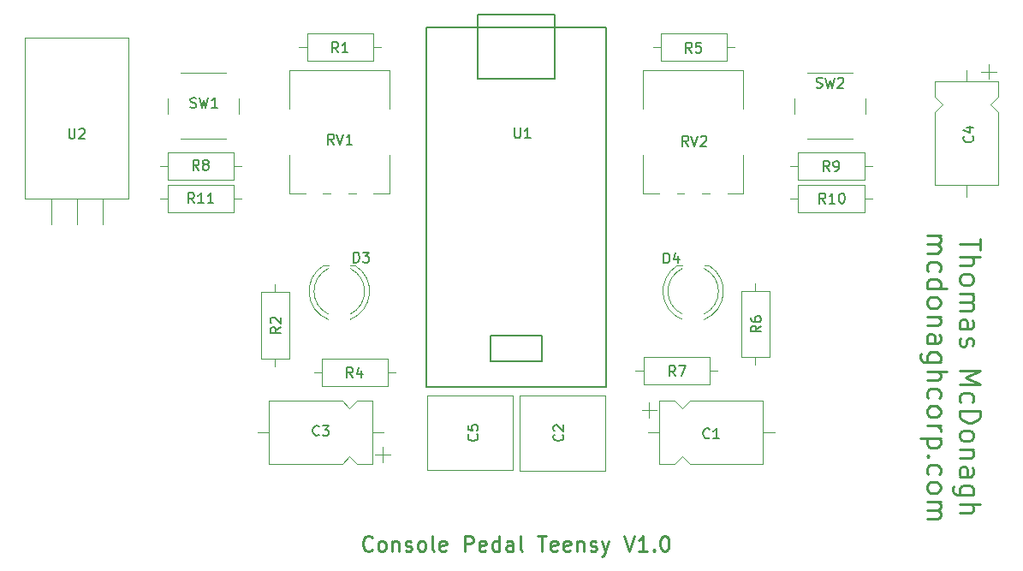
<source format=gbr>
G04 #@! TF.GenerationSoftware,KiCad,Pcbnew,(5.1.7)-1*
G04 #@! TF.CreationDate,2021-02-11T20:15:45-06:00*
G04 #@! TF.ProjectId,ConsolePedalTeensy,436f6e73-6f6c-4655-9065-64616c546565,rev?*
G04 #@! TF.SameCoordinates,Original*
G04 #@! TF.FileFunction,Legend,Top*
G04 #@! TF.FilePolarity,Positive*
%FSLAX46Y46*%
G04 Gerber Fmt 4.6, Leading zero omitted, Abs format (unit mm)*
G04 Created by KiCad (PCBNEW (5.1.7)-1) date 2021-02-11 20:15:45*
%MOMM*%
%LPD*%
G01*
G04 APERTURE LIST*
%ADD10C,0.250000*%
%ADD11C,0.120000*%
%ADD12C,0.150000*%
G04 APERTURE END LIST*
D10*
X118500714Y-121820714D02*
X118429285Y-121892142D01*
X118215000Y-121963571D01*
X118072142Y-121963571D01*
X117857857Y-121892142D01*
X117715000Y-121749285D01*
X117643571Y-121606428D01*
X117572142Y-121320714D01*
X117572142Y-121106428D01*
X117643571Y-120820714D01*
X117715000Y-120677857D01*
X117857857Y-120535000D01*
X118072142Y-120463571D01*
X118215000Y-120463571D01*
X118429285Y-120535000D01*
X118500714Y-120606428D01*
X119357857Y-121963571D02*
X119215000Y-121892142D01*
X119143571Y-121820714D01*
X119072142Y-121677857D01*
X119072142Y-121249285D01*
X119143571Y-121106428D01*
X119215000Y-121035000D01*
X119357857Y-120963571D01*
X119572142Y-120963571D01*
X119715000Y-121035000D01*
X119786428Y-121106428D01*
X119857857Y-121249285D01*
X119857857Y-121677857D01*
X119786428Y-121820714D01*
X119715000Y-121892142D01*
X119572142Y-121963571D01*
X119357857Y-121963571D01*
X120500714Y-120963571D02*
X120500714Y-121963571D01*
X120500714Y-121106428D02*
X120572142Y-121035000D01*
X120715000Y-120963571D01*
X120929285Y-120963571D01*
X121072142Y-121035000D01*
X121143571Y-121177857D01*
X121143571Y-121963571D01*
X121786428Y-121892142D02*
X121929285Y-121963571D01*
X122215000Y-121963571D01*
X122357857Y-121892142D01*
X122429285Y-121749285D01*
X122429285Y-121677857D01*
X122357857Y-121535000D01*
X122215000Y-121463571D01*
X122000714Y-121463571D01*
X121857857Y-121392142D01*
X121786428Y-121249285D01*
X121786428Y-121177857D01*
X121857857Y-121035000D01*
X122000714Y-120963571D01*
X122215000Y-120963571D01*
X122357857Y-121035000D01*
X123286428Y-121963571D02*
X123143571Y-121892142D01*
X123072142Y-121820714D01*
X123000714Y-121677857D01*
X123000714Y-121249285D01*
X123072142Y-121106428D01*
X123143571Y-121035000D01*
X123286428Y-120963571D01*
X123500714Y-120963571D01*
X123643571Y-121035000D01*
X123715000Y-121106428D01*
X123786428Y-121249285D01*
X123786428Y-121677857D01*
X123715000Y-121820714D01*
X123643571Y-121892142D01*
X123500714Y-121963571D01*
X123286428Y-121963571D01*
X124643571Y-121963571D02*
X124500714Y-121892142D01*
X124429285Y-121749285D01*
X124429285Y-120463571D01*
X125786428Y-121892142D02*
X125643571Y-121963571D01*
X125357857Y-121963571D01*
X125215000Y-121892142D01*
X125143571Y-121749285D01*
X125143571Y-121177857D01*
X125215000Y-121035000D01*
X125357857Y-120963571D01*
X125643571Y-120963571D01*
X125786428Y-121035000D01*
X125857857Y-121177857D01*
X125857857Y-121320714D01*
X125143571Y-121463571D01*
X127643571Y-121963571D02*
X127643571Y-120463571D01*
X128215000Y-120463571D01*
X128357857Y-120535000D01*
X128429285Y-120606428D01*
X128500714Y-120749285D01*
X128500714Y-120963571D01*
X128429285Y-121106428D01*
X128357857Y-121177857D01*
X128215000Y-121249285D01*
X127643571Y-121249285D01*
X129715000Y-121892142D02*
X129572142Y-121963571D01*
X129286428Y-121963571D01*
X129143571Y-121892142D01*
X129072142Y-121749285D01*
X129072142Y-121177857D01*
X129143571Y-121035000D01*
X129286428Y-120963571D01*
X129572142Y-120963571D01*
X129715000Y-121035000D01*
X129786428Y-121177857D01*
X129786428Y-121320714D01*
X129072142Y-121463571D01*
X131072142Y-121963571D02*
X131072142Y-120463571D01*
X131072142Y-121892142D02*
X130929285Y-121963571D01*
X130643571Y-121963571D01*
X130500714Y-121892142D01*
X130429285Y-121820714D01*
X130357857Y-121677857D01*
X130357857Y-121249285D01*
X130429285Y-121106428D01*
X130500714Y-121035000D01*
X130643571Y-120963571D01*
X130929285Y-120963571D01*
X131072142Y-121035000D01*
X132429285Y-121963571D02*
X132429285Y-121177857D01*
X132357857Y-121035000D01*
X132215000Y-120963571D01*
X131929285Y-120963571D01*
X131786428Y-121035000D01*
X132429285Y-121892142D02*
X132286428Y-121963571D01*
X131929285Y-121963571D01*
X131786428Y-121892142D01*
X131715000Y-121749285D01*
X131715000Y-121606428D01*
X131786428Y-121463571D01*
X131929285Y-121392142D01*
X132286428Y-121392142D01*
X132429285Y-121320714D01*
X133357857Y-121963571D02*
X133215000Y-121892142D01*
X133143571Y-121749285D01*
X133143571Y-120463571D01*
X134857857Y-120463571D02*
X135715000Y-120463571D01*
X135286428Y-121963571D02*
X135286428Y-120463571D01*
X136786428Y-121892142D02*
X136643571Y-121963571D01*
X136357857Y-121963571D01*
X136215000Y-121892142D01*
X136143571Y-121749285D01*
X136143571Y-121177857D01*
X136215000Y-121035000D01*
X136357857Y-120963571D01*
X136643571Y-120963571D01*
X136786428Y-121035000D01*
X136857857Y-121177857D01*
X136857857Y-121320714D01*
X136143571Y-121463571D01*
X138072142Y-121892142D02*
X137929285Y-121963571D01*
X137643571Y-121963571D01*
X137500714Y-121892142D01*
X137429285Y-121749285D01*
X137429285Y-121177857D01*
X137500714Y-121035000D01*
X137643571Y-120963571D01*
X137929285Y-120963571D01*
X138072142Y-121035000D01*
X138143571Y-121177857D01*
X138143571Y-121320714D01*
X137429285Y-121463571D01*
X138786428Y-120963571D02*
X138786428Y-121963571D01*
X138786428Y-121106428D02*
X138857857Y-121035000D01*
X139000714Y-120963571D01*
X139215000Y-120963571D01*
X139357857Y-121035000D01*
X139429285Y-121177857D01*
X139429285Y-121963571D01*
X140072142Y-121892142D02*
X140215000Y-121963571D01*
X140500714Y-121963571D01*
X140643571Y-121892142D01*
X140715000Y-121749285D01*
X140715000Y-121677857D01*
X140643571Y-121535000D01*
X140500714Y-121463571D01*
X140286428Y-121463571D01*
X140143571Y-121392142D01*
X140072142Y-121249285D01*
X140072142Y-121177857D01*
X140143571Y-121035000D01*
X140286428Y-120963571D01*
X140500714Y-120963571D01*
X140643571Y-121035000D01*
X141215000Y-120963571D02*
X141572142Y-121963571D01*
X141929285Y-120963571D02*
X141572142Y-121963571D01*
X141429285Y-122320714D01*
X141357857Y-122392142D01*
X141215000Y-122463571D01*
X143429285Y-120463571D02*
X143929285Y-121963571D01*
X144429285Y-120463571D01*
X145715000Y-121963571D02*
X144857857Y-121963571D01*
X145286428Y-121963571D02*
X145286428Y-120463571D01*
X145143571Y-120677857D01*
X145000714Y-120820714D01*
X144857857Y-120892142D01*
X146357857Y-121820714D02*
X146429285Y-121892142D01*
X146357857Y-121963571D01*
X146286428Y-121892142D01*
X146357857Y-121820714D01*
X146357857Y-121963571D01*
X147357857Y-120463571D02*
X147500714Y-120463571D01*
X147643571Y-120535000D01*
X147715000Y-120606428D01*
X147786428Y-120749285D01*
X147857857Y-121035000D01*
X147857857Y-121392142D01*
X147786428Y-121677857D01*
X147715000Y-121820714D01*
X147643571Y-121892142D01*
X147500714Y-121963571D01*
X147357857Y-121963571D01*
X147215000Y-121892142D01*
X147143571Y-121820714D01*
X147072142Y-121677857D01*
X147000714Y-121392142D01*
X147000714Y-121035000D01*
X147072142Y-120749285D01*
X147143571Y-120606428D01*
X147215000Y-120535000D01*
X147357857Y-120463571D01*
X178615238Y-91060714D02*
X178615238Y-92203571D01*
X176615238Y-91632142D02*
X178615238Y-91632142D01*
X176615238Y-92870238D02*
X178615238Y-92870238D01*
X176615238Y-93727380D02*
X177662857Y-93727380D01*
X177853333Y-93632142D01*
X177948571Y-93441666D01*
X177948571Y-93155952D01*
X177853333Y-92965476D01*
X177758095Y-92870238D01*
X176615238Y-94965476D02*
X176710476Y-94775000D01*
X176805714Y-94679761D01*
X176996190Y-94584523D01*
X177567619Y-94584523D01*
X177758095Y-94679761D01*
X177853333Y-94775000D01*
X177948571Y-94965476D01*
X177948571Y-95251190D01*
X177853333Y-95441666D01*
X177758095Y-95536904D01*
X177567619Y-95632142D01*
X176996190Y-95632142D01*
X176805714Y-95536904D01*
X176710476Y-95441666D01*
X176615238Y-95251190D01*
X176615238Y-94965476D01*
X176615238Y-96489285D02*
X177948571Y-96489285D01*
X177758095Y-96489285D02*
X177853333Y-96584523D01*
X177948571Y-96775000D01*
X177948571Y-97060714D01*
X177853333Y-97251190D01*
X177662857Y-97346428D01*
X176615238Y-97346428D01*
X177662857Y-97346428D02*
X177853333Y-97441666D01*
X177948571Y-97632142D01*
X177948571Y-97917857D01*
X177853333Y-98108333D01*
X177662857Y-98203571D01*
X176615238Y-98203571D01*
X176615238Y-100013095D02*
X177662857Y-100013095D01*
X177853333Y-99917857D01*
X177948571Y-99727380D01*
X177948571Y-99346428D01*
X177853333Y-99155952D01*
X176710476Y-100013095D02*
X176615238Y-99822619D01*
X176615238Y-99346428D01*
X176710476Y-99155952D01*
X176900952Y-99060714D01*
X177091428Y-99060714D01*
X177281904Y-99155952D01*
X177377142Y-99346428D01*
X177377142Y-99822619D01*
X177472380Y-100013095D01*
X176710476Y-100870238D02*
X176615238Y-101060714D01*
X176615238Y-101441666D01*
X176710476Y-101632142D01*
X176900952Y-101727380D01*
X176996190Y-101727380D01*
X177186666Y-101632142D01*
X177281904Y-101441666D01*
X177281904Y-101155952D01*
X177377142Y-100965476D01*
X177567619Y-100870238D01*
X177662857Y-100870238D01*
X177853333Y-100965476D01*
X177948571Y-101155952D01*
X177948571Y-101441666D01*
X177853333Y-101632142D01*
X176615238Y-104108333D02*
X178615238Y-104108333D01*
X177186666Y-104775000D01*
X178615238Y-105441666D01*
X176615238Y-105441666D01*
X176710476Y-107251190D02*
X176615238Y-107060714D01*
X176615238Y-106679761D01*
X176710476Y-106489285D01*
X176805714Y-106394047D01*
X176996190Y-106298809D01*
X177567619Y-106298809D01*
X177758095Y-106394047D01*
X177853333Y-106489285D01*
X177948571Y-106679761D01*
X177948571Y-107060714D01*
X177853333Y-107251190D01*
X176615238Y-108108333D02*
X178615238Y-108108333D01*
X178615238Y-108584523D01*
X178520000Y-108870238D01*
X178329523Y-109060714D01*
X178139047Y-109155952D01*
X177758095Y-109251190D01*
X177472380Y-109251190D01*
X177091428Y-109155952D01*
X176900952Y-109060714D01*
X176710476Y-108870238D01*
X176615238Y-108584523D01*
X176615238Y-108108333D01*
X176615238Y-110394047D02*
X176710476Y-110203571D01*
X176805714Y-110108333D01*
X176996190Y-110013095D01*
X177567619Y-110013095D01*
X177758095Y-110108333D01*
X177853333Y-110203571D01*
X177948571Y-110394047D01*
X177948571Y-110679761D01*
X177853333Y-110870238D01*
X177758095Y-110965476D01*
X177567619Y-111060714D01*
X176996190Y-111060714D01*
X176805714Y-110965476D01*
X176710476Y-110870238D01*
X176615238Y-110679761D01*
X176615238Y-110394047D01*
X177948571Y-111917857D02*
X176615238Y-111917857D01*
X177758095Y-111917857D02*
X177853333Y-112013095D01*
X177948571Y-112203571D01*
X177948571Y-112489285D01*
X177853333Y-112679761D01*
X177662857Y-112775000D01*
X176615238Y-112775000D01*
X176615238Y-114584523D02*
X177662857Y-114584523D01*
X177853333Y-114489285D01*
X177948571Y-114298809D01*
X177948571Y-113917857D01*
X177853333Y-113727380D01*
X176710476Y-114584523D02*
X176615238Y-114394047D01*
X176615238Y-113917857D01*
X176710476Y-113727380D01*
X176900952Y-113632142D01*
X177091428Y-113632142D01*
X177281904Y-113727380D01*
X177377142Y-113917857D01*
X177377142Y-114394047D01*
X177472380Y-114584523D01*
X177948571Y-116394047D02*
X176329523Y-116394047D01*
X176139047Y-116298809D01*
X176043809Y-116203571D01*
X175948571Y-116013095D01*
X175948571Y-115727380D01*
X176043809Y-115536904D01*
X176710476Y-116394047D02*
X176615238Y-116203571D01*
X176615238Y-115822619D01*
X176710476Y-115632142D01*
X176805714Y-115536904D01*
X176996190Y-115441666D01*
X177567619Y-115441666D01*
X177758095Y-115536904D01*
X177853333Y-115632142D01*
X177948571Y-115822619D01*
X177948571Y-116203571D01*
X177853333Y-116394047D01*
X176615238Y-117346428D02*
X178615238Y-117346428D01*
X176615238Y-118203571D02*
X177662857Y-118203571D01*
X177853333Y-118108333D01*
X177948571Y-117917857D01*
X177948571Y-117632142D01*
X177853333Y-117441666D01*
X177758095Y-117346428D01*
X173365238Y-90775000D02*
X174698571Y-90775000D01*
X174508095Y-90775000D02*
X174603333Y-90870238D01*
X174698571Y-91060714D01*
X174698571Y-91346428D01*
X174603333Y-91536904D01*
X174412857Y-91632142D01*
X173365238Y-91632142D01*
X174412857Y-91632142D02*
X174603333Y-91727380D01*
X174698571Y-91917857D01*
X174698571Y-92203571D01*
X174603333Y-92394047D01*
X174412857Y-92489285D01*
X173365238Y-92489285D01*
X173460476Y-94298809D02*
X173365238Y-94108333D01*
X173365238Y-93727380D01*
X173460476Y-93536904D01*
X173555714Y-93441666D01*
X173746190Y-93346428D01*
X174317619Y-93346428D01*
X174508095Y-93441666D01*
X174603333Y-93536904D01*
X174698571Y-93727380D01*
X174698571Y-94108333D01*
X174603333Y-94298809D01*
X173365238Y-96013095D02*
X175365238Y-96013095D01*
X173460476Y-96013095D02*
X173365238Y-95822619D01*
X173365238Y-95441666D01*
X173460476Y-95251190D01*
X173555714Y-95155952D01*
X173746190Y-95060714D01*
X174317619Y-95060714D01*
X174508095Y-95155952D01*
X174603333Y-95251190D01*
X174698571Y-95441666D01*
X174698571Y-95822619D01*
X174603333Y-96013095D01*
X173365238Y-97251190D02*
X173460476Y-97060714D01*
X173555714Y-96965476D01*
X173746190Y-96870238D01*
X174317619Y-96870238D01*
X174508095Y-96965476D01*
X174603333Y-97060714D01*
X174698571Y-97251190D01*
X174698571Y-97536904D01*
X174603333Y-97727380D01*
X174508095Y-97822619D01*
X174317619Y-97917857D01*
X173746190Y-97917857D01*
X173555714Y-97822619D01*
X173460476Y-97727380D01*
X173365238Y-97536904D01*
X173365238Y-97251190D01*
X174698571Y-98775000D02*
X173365238Y-98775000D01*
X174508095Y-98775000D02*
X174603333Y-98870238D01*
X174698571Y-99060714D01*
X174698571Y-99346428D01*
X174603333Y-99536904D01*
X174412857Y-99632142D01*
X173365238Y-99632142D01*
X173365238Y-101441666D02*
X174412857Y-101441666D01*
X174603333Y-101346428D01*
X174698571Y-101155952D01*
X174698571Y-100775000D01*
X174603333Y-100584523D01*
X173460476Y-101441666D02*
X173365238Y-101251190D01*
X173365238Y-100775000D01*
X173460476Y-100584523D01*
X173650952Y-100489285D01*
X173841428Y-100489285D01*
X174031904Y-100584523D01*
X174127142Y-100775000D01*
X174127142Y-101251190D01*
X174222380Y-101441666D01*
X174698571Y-103251190D02*
X173079523Y-103251190D01*
X172889047Y-103155952D01*
X172793809Y-103060714D01*
X172698571Y-102870238D01*
X172698571Y-102584523D01*
X172793809Y-102394047D01*
X173460476Y-103251190D02*
X173365238Y-103060714D01*
X173365238Y-102679761D01*
X173460476Y-102489285D01*
X173555714Y-102394047D01*
X173746190Y-102298809D01*
X174317619Y-102298809D01*
X174508095Y-102394047D01*
X174603333Y-102489285D01*
X174698571Y-102679761D01*
X174698571Y-103060714D01*
X174603333Y-103251190D01*
X173365238Y-104203571D02*
X175365238Y-104203571D01*
X173365238Y-105060714D02*
X174412857Y-105060714D01*
X174603333Y-104965476D01*
X174698571Y-104775000D01*
X174698571Y-104489285D01*
X174603333Y-104298809D01*
X174508095Y-104203571D01*
X173460476Y-106870238D02*
X173365238Y-106679761D01*
X173365238Y-106298809D01*
X173460476Y-106108333D01*
X173555714Y-106013095D01*
X173746190Y-105917857D01*
X174317619Y-105917857D01*
X174508095Y-106013095D01*
X174603333Y-106108333D01*
X174698571Y-106298809D01*
X174698571Y-106679761D01*
X174603333Y-106870238D01*
X173365238Y-108013095D02*
X173460476Y-107822619D01*
X173555714Y-107727380D01*
X173746190Y-107632142D01*
X174317619Y-107632142D01*
X174508095Y-107727380D01*
X174603333Y-107822619D01*
X174698571Y-108013095D01*
X174698571Y-108298809D01*
X174603333Y-108489285D01*
X174508095Y-108584523D01*
X174317619Y-108679761D01*
X173746190Y-108679761D01*
X173555714Y-108584523D01*
X173460476Y-108489285D01*
X173365238Y-108298809D01*
X173365238Y-108013095D01*
X173365238Y-109536904D02*
X174698571Y-109536904D01*
X174317619Y-109536904D02*
X174508095Y-109632142D01*
X174603333Y-109727380D01*
X174698571Y-109917857D01*
X174698571Y-110108333D01*
X174698571Y-110775000D02*
X172698571Y-110775000D01*
X174603333Y-110775000D02*
X174698571Y-110965476D01*
X174698571Y-111346428D01*
X174603333Y-111536904D01*
X174508095Y-111632142D01*
X174317619Y-111727380D01*
X173746190Y-111727380D01*
X173555714Y-111632142D01*
X173460476Y-111536904D01*
X173365238Y-111346428D01*
X173365238Y-110965476D01*
X173460476Y-110775000D01*
X173555714Y-112584523D02*
X173460476Y-112679761D01*
X173365238Y-112584523D01*
X173460476Y-112489285D01*
X173555714Y-112584523D01*
X173365238Y-112584523D01*
X173460476Y-114394047D02*
X173365238Y-114203571D01*
X173365238Y-113822619D01*
X173460476Y-113632142D01*
X173555714Y-113536904D01*
X173746190Y-113441666D01*
X174317619Y-113441666D01*
X174508095Y-113536904D01*
X174603333Y-113632142D01*
X174698571Y-113822619D01*
X174698571Y-114203571D01*
X174603333Y-114394047D01*
X173365238Y-115536904D02*
X173460476Y-115346428D01*
X173555714Y-115251190D01*
X173746190Y-115155952D01*
X174317619Y-115155952D01*
X174508095Y-115251190D01*
X174603333Y-115346428D01*
X174698571Y-115536904D01*
X174698571Y-115822619D01*
X174603333Y-116013095D01*
X174508095Y-116108333D01*
X174317619Y-116203571D01*
X173746190Y-116203571D01*
X173555714Y-116108333D01*
X173460476Y-116013095D01*
X173365238Y-115822619D01*
X173365238Y-115536904D01*
X173365238Y-117060714D02*
X174698571Y-117060714D01*
X174508095Y-117060714D02*
X174603333Y-117155952D01*
X174698571Y-117346428D01*
X174698571Y-117632142D01*
X174603333Y-117822619D01*
X174412857Y-117917857D01*
X173365238Y-117917857D01*
X174412857Y-117917857D02*
X174603333Y-118013095D01*
X174698571Y-118203571D01*
X174698571Y-118489285D01*
X174603333Y-118679761D01*
X174412857Y-118775000D01*
X173365238Y-118775000D01*
D11*
G04 #@! TO.C,C1*
X158286000Y-110236000D02*
X157146000Y-110236000D01*
X145766000Y-110236000D02*
X146906000Y-110236000D01*
X149906000Y-113356000D02*
X157146000Y-113356000D01*
X149156000Y-112606000D02*
X149906000Y-113356000D01*
X148406000Y-113356000D02*
X149156000Y-112606000D01*
X146906000Y-113356000D02*
X148406000Y-113356000D01*
X149906000Y-107116000D02*
X157146000Y-107116000D01*
X149156000Y-107866000D02*
X149906000Y-107116000D01*
X148406000Y-107116000D02*
X149156000Y-107866000D01*
X146906000Y-107116000D02*
X148406000Y-107116000D01*
X157146000Y-107116000D02*
X157146000Y-113356000D01*
X146906000Y-107116000D02*
X146906000Y-113356000D01*
X145906000Y-107286000D02*
X145906000Y-108786000D01*
X145156000Y-108036000D02*
X146656000Y-108036000D01*
G04 #@! TO.C,C2*
X133059500Y-113996000D02*
X133059500Y-106556000D01*
X141549500Y-113996000D02*
X141549500Y-106556000D01*
X133059500Y-113996000D02*
X141549500Y-113996000D01*
X133059500Y-106556000D02*
X141549500Y-106556000D01*
G04 #@! TO.C,C3*
X107144000Y-110236000D02*
X108284000Y-110236000D01*
X119664000Y-110236000D02*
X118524000Y-110236000D01*
X115524000Y-107116000D02*
X108284000Y-107116000D01*
X116274000Y-107866000D02*
X115524000Y-107116000D01*
X117024000Y-107116000D02*
X116274000Y-107866000D01*
X118524000Y-107116000D02*
X117024000Y-107116000D01*
X115524000Y-113356000D02*
X108284000Y-113356000D01*
X116274000Y-112606000D02*
X115524000Y-113356000D01*
X117024000Y-113356000D02*
X116274000Y-112606000D01*
X118524000Y-113356000D02*
X117024000Y-113356000D01*
X108284000Y-113356000D02*
X108284000Y-107116000D01*
X118524000Y-113356000D02*
X118524000Y-107116000D01*
X119524000Y-113186000D02*
X119524000Y-111686000D01*
X120274000Y-112436000D02*
X118774000Y-112436000D01*
G04 #@! TO.C,C4*
X179492000Y-73782000D02*
X179492000Y-75282000D01*
X180242000Y-74532000D02*
X178742000Y-74532000D01*
X180412000Y-75532000D02*
X174172000Y-75532000D01*
X180412000Y-85772000D02*
X174172000Y-85772000D01*
X180412000Y-75532000D02*
X180412000Y-77032000D01*
X180412000Y-77032000D02*
X179662000Y-77782000D01*
X179662000Y-77782000D02*
X180412000Y-78532000D01*
X180412000Y-78532000D02*
X180412000Y-85772000D01*
X174172000Y-75532000D02*
X174172000Y-77032000D01*
X174172000Y-77032000D02*
X174922000Y-77782000D01*
X174922000Y-77782000D02*
X174172000Y-78532000D01*
X174172000Y-78532000D02*
X174172000Y-85772000D01*
X177292000Y-74392000D02*
X177292000Y-75532000D01*
X177292000Y-86912000D02*
X177292000Y-85772000D01*
G04 #@! TO.C,C5*
X132434000Y-113979500D02*
X123944000Y-113979500D01*
X132434000Y-106539500D02*
X123944000Y-106539500D01*
X123944000Y-106539500D02*
X123944000Y-113979500D01*
X132434000Y-106539500D02*
X132434000Y-113979500D01*
G04 #@! TO.C,D3*
X114170000Y-93710000D02*
X113705000Y-93710000D01*
X116795000Y-93710000D02*
X116330000Y-93710000D01*
X116330827Y-99057815D02*
G75*
G03*
X116794830Y-93710000I-1080827J2787815D01*
G01*
X114169173Y-99057815D02*
G75*
G02*
X113705170Y-93710000I1080827J2787815D01*
G01*
X116330429Y-98524479D02*
G75*
G03*
X116330000Y-94015316I-1080429J2254479D01*
G01*
X114169571Y-98524479D02*
G75*
G02*
X114170000Y-94015316I1080429J2254479D01*
G01*
G04 #@! TO.C,D4*
X149169571Y-98524479D02*
G75*
G02*
X149170000Y-94015316I1080429J2254479D01*
G01*
X151330429Y-98524479D02*
G75*
G03*
X151330000Y-94015316I-1080429J2254479D01*
G01*
X149169173Y-99057815D02*
G75*
G02*
X148705170Y-93710000I1080827J2787815D01*
G01*
X151330827Y-99057815D02*
G75*
G03*
X151794830Y-93710000I-1080827J2787815D01*
G01*
X151795000Y-93710000D02*
X151330000Y-93710000D01*
X149170000Y-93710000D02*
X148705000Y-93710000D01*
G04 #@! TO.C,R1*
X111276000Y-72136000D02*
X112046000Y-72136000D01*
X119356000Y-72136000D02*
X118586000Y-72136000D01*
X112046000Y-73506000D02*
X118586000Y-73506000D01*
X112046000Y-70766000D02*
X112046000Y-73506000D01*
X118586000Y-70766000D02*
X112046000Y-70766000D01*
X118586000Y-73506000D02*
X118586000Y-70766000D01*
G04 #@! TO.C,R2*
X110272500Y-96361500D02*
X107532500Y-96361500D01*
X107532500Y-96361500D02*
X107532500Y-102901500D01*
X107532500Y-102901500D02*
X110272500Y-102901500D01*
X110272500Y-102901500D02*
X110272500Y-96361500D01*
X108902500Y-95591500D02*
X108902500Y-96361500D01*
X108902500Y-103671500D02*
X108902500Y-102901500D01*
G04 #@! TO.C,R4*
X120816500Y-104267000D02*
X120046500Y-104267000D01*
X112736500Y-104267000D02*
X113506500Y-104267000D01*
X120046500Y-102897000D02*
X113506500Y-102897000D01*
X120046500Y-105637000D02*
X120046500Y-102897000D01*
X113506500Y-105637000D02*
X120046500Y-105637000D01*
X113506500Y-102897000D02*
X113506500Y-105637000D01*
G04 #@! TO.C,R5*
X147034500Y-70766000D02*
X147034500Y-73506000D01*
X147034500Y-73506000D02*
X153574500Y-73506000D01*
X153574500Y-73506000D02*
X153574500Y-70766000D01*
X153574500Y-70766000D02*
X147034500Y-70766000D01*
X146264500Y-72136000D02*
X147034500Y-72136000D01*
X154344500Y-72136000D02*
X153574500Y-72136000D01*
G04 #@! TO.C,R6*
X156400500Y-95464500D02*
X156400500Y-96234500D01*
X156400500Y-103544500D02*
X156400500Y-102774500D01*
X155030500Y-96234500D02*
X155030500Y-102774500D01*
X157770500Y-96234500D02*
X155030500Y-96234500D01*
X157770500Y-102774500D02*
X157770500Y-96234500D01*
X155030500Y-102774500D02*
X157770500Y-102774500D01*
G04 #@! TO.C,R7*
X151860000Y-105510000D02*
X151860000Y-102770000D01*
X151860000Y-102770000D02*
X145320000Y-102770000D01*
X145320000Y-102770000D02*
X145320000Y-105510000D01*
X145320000Y-105510000D02*
X151860000Y-105510000D01*
X152630000Y-104140000D02*
X151860000Y-104140000D01*
X144550000Y-104140000D02*
X145320000Y-104140000D01*
G04 #@! TO.C,R8*
X105576500Y-83883500D02*
X104806500Y-83883500D01*
X97496500Y-83883500D02*
X98266500Y-83883500D01*
X104806500Y-82513500D02*
X98266500Y-82513500D01*
X104806500Y-85253500D02*
X104806500Y-82513500D01*
X98266500Y-85253500D02*
X104806500Y-85253500D01*
X98266500Y-82513500D02*
X98266500Y-85253500D01*
G04 #@! TO.C,R9*
X167163500Y-85253500D02*
X167163500Y-82513500D01*
X167163500Y-82513500D02*
X160623500Y-82513500D01*
X160623500Y-82513500D02*
X160623500Y-85253500D01*
X160623500Y-85253500D02*
X167163500Y-85253500D01*
X167933500Y-83883500D02*
X167163500Y-83883500D01*
X159853500Y-83883500D02*
X160623500Y-83883500D01*
G04 #@! TO.C,R10*
X159853500Y-87122000D02*
X160623500Y-87122000D01*
X167933500Y-87122000D02*
X167163500Y-87122000D01*
X160623500Y-88492000D02*
X167163500Y-88492000D01*
X160623500Y-85752000D02*
X160623500Y-88492000D01*
X167163500Y-85752000D02*
X160623500Y-85752000D01*
X167163500Y-88492000D02*
X167163500Y-85752000D01*
G04 #@! TO.C,R11*
X98266500Y-85752000D02*
X98266500Y-88492000D01*
X98266500Y-88492000D02*
X104806500Y-88492000D01*
X104806500Y-88492000D02*
X104806500Y-85752000D01*
X104806500Y-85752000D02*
X98266500Y-85752000D01*
X97496500Y-87122000D02*
X98266500Y-87122000D01*
X105576500Y-87122000D02*
X104806500Y-87122000D01*
G04 #@! TO.C,RV1*
X110280000Y-74380000D02*
X120220000Y-74380000D01*
X118620000Y-86620000D02*
X120220000Y-86620000D01*
X116121000Y-86620000D02*
X116880000Y-86620000D01*
X113621000Y-86620000D02*
X114380000Y-86620000D01*
X110280000Y-86620000D02*
X111879000Y-86620000D01*
X120220000Y-78245000D02*
X120220000Y-74380000D01*
X120220000Y-86620000D02*
X120220000Y-82755000D01*
X110280000Y-78245000D02*
X110280000Y-74380000D01*
X110280000Y-86620000D02*
X110280000Y-82755000D01*
G04 #@! TO.C,RV2*
X145280000Y-86620000D02*
X145280000Y-82755000D01*
X145280000Y-78245000D02*
X145280000Y-74380000D01*
X155220000Y-86620000D02*
X155220000Y-82755000D01*
X155220000Y-78245000D02*
X155220000Y-74380000D01*
X145280000Y-86620000D02*
X146879000Y-86620000D01*
X148621000Y-86620000D02*
X149380000Y-86620000D01*
X151121000Y-86620000D02*
X151880000Y-86620000D01*
X153620000Y-86620000D02*
X155220000Y-86620000D01*
X145280000Y-74380000D02*
X155220000Y-74380000D01*
G04 #@! TO.C,SW1*
X105302000Y-78692000D02*
X105302000Y-77192000D01*
X104052000Y-74692000D02*
X99552000Y-74692000D01*
X98302000Y-77192000D02*
X98302000Y-78692000D01*
X99552000Y-81192000D02*
X104052000Y-81192000D01*
G04 #@! TO.C,SW2*
X161528000Y-81192000D02*
X166028000Y-81192000D01*
X160278000Y-77192000D02*
X160278000Y-78692000D01*
X166028000Y-74692000D02*
X161528000Y-74692000D01*
X167278000Y-78692000D02*
X167278000Y-77192000D01*
D12*
G04 #@! TO.C,U1*
X123825000Y-70167500D02*
X141605000Y-70167500D01*
X123825000Y-105727500D02*
X123825000Y-70167500D01*
X141605000Y-105727500D02*
X123825000Y-105727500D01*
X141605000Y-70167500D02*
X141605000Y-105727500D01*
X135255000Y-100647500D02*
X135255000Y-103187500D01*
X130175000Y-100647500D02*
X135255000Y-100647500D01*
X130175000Y-103187500D02*
X130175000Y-100647500D01*
X135255000Y-103187500D02*
X130175000Y-103187500D01*
X128905000Y-75247500D02*
X128905000Y-70167500D01*
X136525000Y-75247500D02*
X136525000Y-70167500D01*
X128905000Y-75247500D02*
X136525000Y-75247500D01*
X136525000Y-68897500D02*
X136525000Y-70167500D01*
X128905000Y-68897500D02*
X136525000Y-68897500D01*
X128905000Y-70167500D02*
X128905000Y-68897500D01*
D11*
G04 #@! TO.C,U2*
X91821000Y-87115000D02*
X91821000Y-89655000D01*
X89281000Y-87115000D02*
X89281000Y-89655000D01*
X86741000Y-87115000D02*
X86741000Y-89655000D01*
X94401000Y-71225000D02*
X94401000Y-87115000D01*
X84161000Y-71225000D02*
X84161000Y-87115000D01*
X84161000Y-71225000D02*
X94401000Y-71225000D01*
X84161000Y-87115000D02*
X94401000Y-87115000D01*
G04 #@! TO.C,C1*
D12*
X151859333Y-110740141D02*
X151811714Y-110787760D01*
X151668857Y-110835379D01*
X151573619Y-110835379D01*
X151430761Y-110787760D01*
X151335523Y-110692522D01*
X151287904Y-110597284D01*
X151240285Y-110406808D01*
X151240285Y-110263951D01*
X151287904Y-110073475D01*
X151335523Y-109978237D01*
X151430761Y-109882999D01*
X151573619Y-109835379D01*
X151668857Y-109835379D01*
X151811714Y-109882999D01*
X151859333Y-109930618D01*
X152811714Y-110835379D02*
X152240285Y-110835379D01*
X152526000Y-110835379D02*
X152526000Y-109835379D01*
X152430761Y-109978237D01*
X152335523Y-110073475D01*
X152240285Y-110121094D01*
G04 #@! TO.C,C2*
X137326642Y-110442666D02*
X137374261Y-110490285D01*
X137421880Y-110633142D01*
X137421880Y-110728380D01*
X137374261Y-110871238D01*
X137279023Y-110966476D01*
X137183785Y-111014095D01*
X136993309Y-111061714D01*
X136850452Y-111061714D01*
X136659976Y-111014095D01*
X136564738Y-110966476D01*
X136469500Y-110871238D01*
X136421880Y-110728380D01*
X136421880Y-110633142D01*
X136469500Y-110490285D01*
X136517119Y-110442666D01*
X136517119Y-110061714D02*
X136469500Y-110014095D01*
X136421880Y-109918857D01*
X136421880Y-109680761D01*
X136469500Y-109585523D01*
X136517119Y-109537904D01*
X136612357Y-109490285D01*
X136707595Y-109490285D01*
X136850452Y-109537904D01*
X137421880Y-110109333D01*
X137421880Y-109490285D01*
G04 #@! TO.C,C3*
X113249334Y-110446143D02*
X113201715Y-110493762D01*
X113058858Y-110541381D01*
X112963620Y-110541381D01*
X112820762Y-110493762D01*
X112725524Y-110398524D01*
X112677905Y-110303286D01*
X112630286Y-110112810D01*
X112630286Y-109969953D01*
X112677905Y-109779477D01*
X112725524Y-109684239D01*
X112820762Y-109589001D01*
X112963620Y-109541381D01*
X113058858Y-109541381D01*
X113201715Y-109589001D01*
X113249334Y-109636620D01*
X113582667Y-109541381D02*
X114201715Y-109541381D01*
X113868381Y-109922334D01*
X114011239Y-109922334D01*
X114106477Y-109969953D01*
X114154096Y-110017572D01*
X114201715Y-110112810D01*
X114201715Y-110350905D01*
X114154096Y-110446143D01*
X114106477Y-110493762D01*
X114011239Y-110541381D01*
X113725524Y-110541381D01*
X113630286Y-110493762D01*
X113582667Y-110446143D01*
G04 #@! TO.C,C4*
X177876143Y-80926665D02*
X177923762Y-80974284D01*
X177971381Y-81117141D01*
X177971381Y-81212379D01*
X177923762Y-81355237D01*
X177828524Y-81450475D01*
X177733286Y-81498094D01*
X177542810Y-81545713D01*
X177399953Y-81545713D01*
X177209477Y-81498094D01*
X177114239Y-81450475D01*
X177019001Y-81355237D01*
X176971381Y-81212379D01*
X176971381Y-81117141D01*
X177019001Y-80974284D01*
X177066620Y-80926665D01*
X177304715Y-80069522D02*
X177971381Y-80069522D01*
X176923762Y-80307618D02*
X177638048Y-80545713D01*
X177638048Y-79926665D01*
G04 #@! TO.C,C5*
X128881142Y-110426166D02*
X128928761Y-110473785D01*
X128976380Y-110616642D01*
X128976380Y-110711880D01*
X128928761Y-110854738D01*
X128833523Y-110949976D01*
X128738285Y-110997595D01*
X128547809Y-111045214D01*
X128404952Y-111045214D01*
X128214476Y-110997595D01*
X128119238Y-110949976D01*
X128024000Y-110854738D01*
X127976380Y-110711880D01*
X127976380Y-110616642D01*
X128024000Y-110473785D01*
X128071619Y-110426166D01*
X127976380Y-109521404D02*
X127976380Y-109997595D01*
X128452571Y-110045214D01*
X128404952Y-109997595D01*
X128357333Y-109902357D01*
X128357333Y-109664261D01*
X128404952Y-109569023D01*
X128452571Y-109521404D01*
X128547809Y-109473785D01*
X128785904Y-109473785D01*
X128881142Y-109521404D01*
X128928761Y-109569023D01*
X128976380Y-109664261D01*
X128976380Y-109902357D01*
X128928761Y-109997595D01*
X128881142Y-110045214D01*
G04 #@! TO.C,D3*
X116673404Y-93416380D02*
X116673404Y-92416380D01*
X116911500Y-92416380D01*
X117054357Y-92464000D01*
X117149595Y-92559238D01*
X117197214Y-92654476D01*
X117244833Y-92844952D01*
X117244833Y-92987809D01*
X117197214Y-93178285D01*
X117149595Y-93273523D01*
X117054357Y-93368761D01*
X116911500Y-93416380D01*
X116673404Y-93416380D01*
X117578166Y-92416380D02*
X118197214Y-92416380D01*
X117863880Y-92797333D01*
X118006738Y-92797333D01*
X118101976Y-92844952D01*
X118149595Y-92892571D01*
X118197214Y-92987809D01*
X118197214Y-93225904D01*
X118149595Y-93321142D01*
X118101976Y-93368761D01*
X118006738Y-93416380D01*
X117721023Y-93416380D01*
X117625785Y-93368761D01*
X117578166Y-93321142D01*
G04 #@! TO.C,D4*
X147343904Y-93479880D02*
X147343904Y-92479880D01*
X147582000Y-92479880D01*
X147724857Y-92527500D01*
X147820095Y-92622738D01*
X147867714Y-92717976D01*
X147915333Y-92908452D01*
X147915333Y-93051309D01*
X147867714Y-93241785D01*
X147820095Y-93337023D01*
X147724857Y-93432261D01*
X147582000Y-93479880D01*
X147343904Y-93479880D01*
X148772476Y-92813214D02*
X148772476Y-93479880D01*
X148534380Y-92432261D02*
X148296285Y-93146547D01*
X148915333Y-93146547D01*
G04 #@! TO.C,R1*
X115149333Y-72645381D02*
X114816000Y-72169191D01*
X114577904Y-72645381D02*
X114577904Y-71645381D01*
X114958857Y-71645381D01*
X115054095Y-71693001D01*
X115101714Y-71740620D01*
X115149333Y-71835858D01*
X115149333Y-71978715D01*
X115101714Y-72073953D01*
X115054095Y-72121572D01*
X114958857Y-72169191D01*
X114577904Y-72169191D01*
X116101714Y-72645381D02*
X115530285Y-72645381D01*
X115816000Y-72645381D02*
X115816000Y-71645381D01*
X115720761Y-71788239D01*
X115625523Y-71883477D01*
X115530285Y-71931096D01*
G04 #@! TO.C,R2*
X109419881Y-99798166D02*
X108943691Y-100131500D01*
X109419881Y-100369595D02*
X108419881Y-100369595D01*
X108419881Y-99988642D01*
X108467501Y-99893404D01*
X108515120Y-99845785D01*
X108610358Y-99798166D01*
X108753215Y-99798166D01*
X108848453Y-99845785D01*
X108896072Y-99893404D01*
X108943691Y-99988642D01*
X108943691Y-100369595D01*
X108515120Y-99417214D02*
X108467501Y-99369595D01*
X108419881Y-99274357D01*
X108419881Y-99036261D01*
X108467501Y-98941023D01*
X108515120Y-98893404D01*
X108610358Y-98845785D01*
X108705596Y-98845785D01*
X108848453Y-98893404D01*
X109419881Y-99464833D01*
X109419881Y-98845785D01*
G04 #@! TO.C,R4*
X116587832Y-104788379D02*
X116254499Y-104312189D01*
X116016403Y-104788379D02*
X116016403Y-103788379D01*
X116397356Y-103788379D01*
X116492594Y-103835999D01*
X116540213Y-103883618D01*
X116587832Y-103978856D01*
X116587832Y-104121713D01*
X116540213Y-104216951D01*
X116492594Y-104264570D01*
X116397356Y-104312189D01*
X116016403Y-104312189D01*
X117444975Y-104121713D02*
X117444975Y-104788379D01*
X117206879Y-103740760D02*
X116968784Y-104455046D01*
X117587832Y-104455046D01*
G04 #@! TO.C,R5*
X150115832Y-72671379D02*
X149782499Y-72195189D01*
X149544403Y-72671379D02*
X149544403Y-71671379D01*
X149925356Y-71671379D01*
X150020594Y-71718999D01*
X150068213Y-71766618D01*
X150115832Y-71861856D01*
X150115832Y-72004713D01*
X150068213Y-72099951D01*
X150020594Y-72147570D01*
X149925356Y-72195189D01*
X149544403Y-72195189D01*
X151020594Y-71671379D02*
X150544403Y-71671379D01*
X150496784Y-72147570D01*
X150544403Y-72099951D01*
X150639641Y-72052332D01*
X150877737Y-72052332D01*
X150972975Y-72099951D01*
X151020594Y-72147570D01*
X151068213Y-72242808D01*
X151068213Y-72480903D01*
X151020594Y-72576141D01*
X150972975Y-72623760D01*
X150877737Y-72671379D01*
X150639641Y-72671379D01*
X150544403Y-72623760D01*
X150496784Y-72576141D01*
G04 #@! TO.C,R6*
X156949879Y-99693167D02*
X156473689Y-100026501D01*
X156949879Y-100264596D02*
X155949879Y-100264596D01*
X155949879Y-99883643D01*
X155997499Y-99788405D01*
X156045118Y-99740786D01*
X156140356Y-99693167D01*
X156283213Y-99693167D01*
X156378451Y-99740786D01*
X156426070Y-99788405D01*
X156473689Y-99883643D01*
X156473689Y-100264596D01*
X155949879Y-98836024D02*
X155949879Y-99026501D01*
X155997499Y-99121739D01*
X156045118Y-99169358D01*
X156187975Y-99264596D01*
X156378451Y-99312215D01*
X156759403Y-99312215D01*
X156854641Y-99264596D01*
X156902260Y-99216977D01*
X156949879Y-99121739D01*
X156949879Y-98931262D01*
X156902260Y-98836024D01*
X156854641Y-98788405D01*
X156759403Y-98740786D01*
X156521308Y-98740786D01*
X156426070Y-98788405D01*
X156378451Y-98836024D01*
X156330832Y-98931262D01*
X156330832Y-99121739D01*
X156378451Y-99216977D01*
X156426070Y-99264596D01*
X156521308Y-99312215D01*
G04 #@! TO.C,R7*
X148473334Y-104649381D02*
X148140001Y-104173191D01*
X147901905Y-104649381D02*
X147901905Y-103649381D01*
X148282858Y-103649381D01*
X148378096Y-103697001D01*
X148425715Y-103744620D01*
X148473334Y-103839858D01*
X148473334Y-103982715D01*
X148425715Y-104077953D01*
X148378096Y-104125572D01*
X148282858Y-104173191D01*
X147901905Y-104173191D01*
X148806667Y-103649381D02*
X149473334Y-103649381D01*
X149044762Y-104649381D01*
G04 #@! TO.C,R8*
X101369833Y-84284879D02*
X101036500Y-83808689D01*
X100798404Y-84284879D02*
X100798404Y-83284879D01*
X101179357Y-83284879D01*
X101274595Y-83332499D01*
X101322214Y-83380118D01*
X101369833Y-83475356D01*
X101369833Y-83618213D01*
X101322214Y-83713451D01*
X101274595Y-83761070D01*
X101179357Y-83808689D01*
X100798404Y-83808689D01*
X101941261Y-83713451D02*
X101846023Y-83665832D01*
X101798404Y-83618213D01*
X101750785Y-83522975D01*
X101750785Y-83475356D01*
X101798404Y-83380118D01*
X101846023Y-83332499D01*
X101941261Y-83284879D01*
X102131738Y-83284879D01*
X102226976Y-83332499D01*
X102274595Y-83380118D01*
X102322214Y-83475356D01*
X102322214Y-83522975D01*
X102274595Y-83618213D01*
X102226976Y-83665832D01*
X102131738Y-83713451D01*
X101941261Y-83713451D01*
X101846023Y-83761070D01*
X101798404Y-83808689D01*
X101750785Y-83903927D01*
X101750785Y-84094403D01*
X101798404Y-84189641D01*
X101846023Y-84237260D01*
X101941261Y-84284879D01*
X102131738Y-84284879D01*
X102226976Y-84237260D01*
X102274595Y-84189641D01*
X102322214Y-84094403D01*
X102322214Y-83903927D01*
X102274595Y-83808689D01*
X102226976Y-83761070D01*
X102131738Y-83713451D01*
G04 #@! TO.C,R9*
X163726833Y-84372881D02*
X163393500Y-83896691D01*
X163155404Y-84372881D02*
X163155404Y-83372881D01*
X163536357Y-83372881D01*
X163631595Y-83420501D01*
X163679214Y-83468120D01*
X163726833Y-83563358D01*
X163726833Y-83706215D01*
X163679214Y-83801453D01*
X163631595Y-83849072D01*
X163536357Y-83896691D01*
X163155404Y-83896691D01*
X164203023Y-84372881D02*
X164393500Y-84372881D01*
X164488738Y-84325262D01*
X164536357Y-84277643D01*
X164631595Y-84134786D01*
X164679214Y-83944310D01*
X164679214Y-83563358D01*
X164631595Y-83468120D01*
X164583976Y-83420501D01*
X164488738Y-83372881D01*
X164298261Y-83372881D01*
X164203023Y-83420501D01*
X164155404Y-83468120D01*
X164107785Y-83563358D01*
X164107785Y-83801453D01*
X164155404Y-83896691D01*
X164203023Y-83944310D01*
X164298261Y-83991929D01*
X164488738Y-83991929D01*
X164583976Y-83944310D01*
X164631595Y-83896691D01*
X164679214Y-83801453D01*
G04 #@! TO.C,R10*
X163324643Y-87575381D02*
X162991310Y-87099191D01*
X162753215Y-87575381D02*
X162753215Y-86575381D01*
X163134167Y-86575381D01*
X163229405Y-86623001D01*
X163277024Y-86670620D01*
X163324643Y-86765858D01*
X163324643Y-86908715D01*
X163277024Y-87003953D01*
X163229405Y-87051572D01*
X163134167Y-87099191D01*
X162753215Y-87099191D01*
X164277024Y-87575381D02*
X163705596Y-87575381D01*
X163991310Y-87575381D02*
X163991310Y-86575381D01*
X163896072Y-86718239D01*
X163800834Y-86813477D01*
X163705596Y-86861096D01*
X164896072Y-86575381D02*
X164991310Y-86575381D01*
X165086548Y-86623001D01*
X165134167Y-86670620D01*
X165181786Y-86765858D01*
X165229405Y-86956334D01*
X165229405Y-87194429D01*
X165181786Y-87384905D01*
X165134167Y-87480143D01*
X165086548Y-87527762D01*
X164991310Y-87575381D01*
X164896072Y-87575381D01*
X164800834Y-87527762D01*
X164753215Y-87480143D01*
X164705596Y-87384905D01*
X164657977Y-87194429D01*
X164657977Y-86956334D01*
X164705596Y-86765858D01*
X164753215Y-86670620D01*
X164800834Y-86623001D01*
X164896072Y-86575381D01*
G04 #@! TO.C,R11*
X100893642Y-87551379D02*
X100560309Y-87075189D01*
X100322214Y-87551379D02*
X100322214Y-86551379D01*
X100703166Y-86551379D01*
X100798404Y-86598999D01*
X100846023Y-86646618D01*
X100893642Y-86741856D01*
X100893642Y-86884713D01*
X100846023Y-86979951D01*
X100798404Y-87027570D01*
X100703166Y-87075189D01*
X100322214Y-87075189D01*
X101846023Y-87551379D02*
X101274595Y-87551379D01*
X101560309Y-87551379D02*
X101560309Y-86551379D01*
X101465071Y-86694237D01*
X101369833Y-86789475D01*
X101274595Y-86837094D01*
X102798404Y-87551379D02*
X102226976Y-87551379D01*
X102512690Y-87551379D02*
X102512690Y-86551379D01*
X102417452Y-86694237D01*
X102322214Y-86789475D01*
X102226976Y-86837094D01*
G04 #@! TO.C,RV1*
X114720761Y-81732380D02*
X114387428Y-81256190D01*
X114149333Y-81732380D02*
X114149333Y-80732380D01*
X114530285Y-80732380D01*
X114625523Y-80780000D01*
X114673142Y-80827619D01*
X114720761Y-80922857D01*
X114720761Y-81065714D01*
X114673142Y-81160952D01*
X114625523Y-81208571D01*
X114530285Y-81256190D01*
X114149333Y-81256190D01*
X115006476Y-80732380D02*
X115339809Y-81732380D01*
X115673142Y-80732380D01*
X116530285Y-81732380D02*
X115958857Y-81732380D01*
X116244571Y-81732380D02*
X116244571Y-80732380D01*
X116149333Y-80875238D01*
X116054095Y-80970476D01*
X115958857Y-81018095D01*
G04 #@! TO.C,RV2*
X149772761Y-81902380D02*
X149439428Y-81426190D01*
X149201333Y-81902380D02*
X149201333Y-80902380D01*
X149582285Y-80902380D01*
X149677523Y-80950000D01*
X149725142Y-80997619D01*
X149772761Y-81092857D01*
X149772761Y-81235714D01*
X149725142Y-81330952D01*
X149677523Y-81378571D01*
X149582285Y-81426190D01*
X149201333Y-81426190D01*
X150058476Y-80902380D02*
X150391809Y-81902380D01*
X150725142Y-80902380D01*
X151010857Y-80997619D02*
X151058476Y-80950000D01*
X151153714Y-80902380D01*
X151391809Y-80902380D01*
X151487047Y-80950000D01*
X151534666Y-80997619D01*
X151582285Y-81092857D01*
X151582285Y-81188095D01*
X151534666Y-81330952D01*
X150963238Y-81902380D01*
X151582285Y-81902380D01*
G04 #@! TO.C,SW1*
X100520666Y-78065261D02*
X100663523Y-78112880D01*
X100901619Y-78112880D01*
X100996857Y-78065261D01*
X101044476Y-78017642D01*
X101092095Y-77922404D01*
X101092095Y-77827166D01*
X101044476Y-77731928D01*
X100996857Y-77684309D01*
X100901619Y-77636690D01*
X100711142Y-77589071D01*
X100615904Y-77541452D01*
X100568285Y-77493833D01*
X100520666Y-77398595D01*
X100520666Y-77303357D01*
X100568285Y-77208119D01*
X100615904Y-77160500D01*
X100711142Y-77112880D01*
X100949238Y-77112880D01*
X101092095Y-77160500D01*
X101425428Y-77112880D02*
X101663523Y-78112880D01*
X101854000Y-77398595D01*
X102044476Y-78112880D01*
X102282571Y-77112880D01*
X103187333Y-78112880D02*
X102615904Y-78112880D01*
X102901619Y-78112880D02*
X102901619Y-77112880D01*
X102806380Y-77255738D01*
X102711142Y-77350976D01*
X102615904Y-77398595D01*
G04 #@! TO.C,SW2*
X162444666Y-76096761D02*
X162587523Y-76144380D01*
X162825619Y-76144380D01*
X162920857Y-76096761D01*
X162968476Y-76049142D01*
X163016095Y-75953904D01*
X163016095Y-75858666D01*
X162968476Y-75763428D01*
X162920857Y-75715809D01*
X162825619Y-75668190D01*
X162635142Y-75620571D01*
X162539904Y-75572952D01*
X162492285Y-75525333D01*
X162444666Y-75430095D01*
X162444666Y-75334857D01*
X162492285Y-75239619D01*
X162539904Y-75192000D01*
X162635142Y-75144380D01*
X162873238Y-75144380D01*
X163016095Y-75192000D01*
X163349428Y-75144380D02*
X163587523Y-76144380D01*
X163778000Y-75430095D01*
X163968476Y-76144380D01*
X164206571Y-75144380D01*
X164539904Y-75239619D02*
X164587523Y-75192000D01*
X164682761Y-75144380D01*
X164920857Y-75144380D01*
X165016095Y-75192000D01*
X165063714Y-75239619D01*
X165111333Y-75334857D01*
X165111333Y-75430095D01*
X165063714Y-75572952D01*
X164492285Y-76144380D01*
X165111333Y-76144380D01*
G04 #@! TO.C,U1*
X132588095Y-80097380D02*
X132588095Y-80906904D01*
X132635714Y-81002142D01*
X132683333Y-81049761D01*
X132778571Y-81097380D01*
X132969047Y-81097380D01*
X133064285Y-81049761D01*
X133111904Y-81002142D01*
X133159523Y-80906904D01*
X133159523Y-80097380D01*
X134159523Y-81097380D02*
X133588095Y-81097380D01*
X133873809Y-81097380D02*
X133873809Y-80097380D01*
X133778571Y-80240238D01*
X133683333Y-80335476D01*
X133588095Y-80383095D01*
G04 #@! TO.C,U2*
X88519095Y-80160880D02*
X88519095Y-80970404D01*
X88566714Y-81065642D01*
X88614333Y-81113261D01*
X88709571Y-81160880D01*
X88900047Y-81160880D01*
X88995285Y-81113261D01*
X89042904Y-81065642D01*
X89090523Y-80970404D01*
X89090523Y-80160880D01*
X89519095Y-80256119D02*
X89566714Y-80208500D01*
X89661952Y-80160880D01*
X89900047Y-80160880D01*
X89995285Y-80208500D01*
X90042904Y-80256119D01*
X90090523Y-80351357D01*
X90090523Y-80446595D01*
X90042904Y-80589452D01*
X89471476Y-81160880D01*
X90090523Y-81160880D01*
G04 #@! TD*
M02*

</source>
